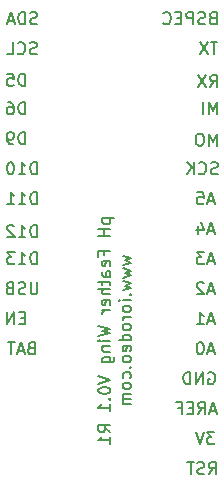
<source format=gbr>
G04 #@! TF.GenerationSoftware,KiCad,Pcbnew,5.0.2-bee76a0~70~ubuntu18.04.1*
G04 #@! TF.CreationDate,2019-02-21T16:56:04-08:00*
G04 #@! TF.ProjectId,ph_feather_wing,70685f66-6561-4746-9865-725f77696e67,rev?*
G04 #@! TF.SameCoordinates,Original*
G04 #@! TF.FileFunction,Legend,Bot*
G04 #@! TF.FilePolarity,Positive*
%FSLAX46Y46*%
G04 Gerber Fmt 4.6, Leading zero omitted, Abs format (unit mm)*
G04 Created by KiCad (PCBNEW 5.0.2-bee76a0~70~ubuntu18.04.1) date Thu 21 Feb 2019 04:56:04 PM PST*
%MOMM*%
%LPD*%
G01*
G04 APERTURE LIST*
%ADD10C,0.203200*%
G04 APERTURE END LIST*
D10*
X75372685Y-74059142D02*
X76388685Y-74059142D01*
X75421066Y-74059142D02*
X75372685Y-74155904D01*
X75372685Y-74349428D01*
X75421066Y-74446190D01*
X75469447Y-74494571D01*
X75566209Y-74542952D01*
X75856495Y-74542952D01*
X75953257Y-74494571D01*
X76001638Y-74446190D01*
X76050019Y-74349428D01*
X76050019Y-74155904D01*
X76001638Y-74059142D01*
X76050019Y-74978380D02*
X75034019Y-74978380D01*
X75517828Y-74978380D02*
X75517828Y-75558952D01*
X76050019Y-75558952D02*
X75034019Y-75558952D01*
X75517828Y-77155523D02*
X75517828Y-76816857D01*
X76050019Y-76816857D02*
X75034019Y-76816857D01*
X75034019Y-77300666D01*
X76001638Y-78074761D02*
X76050019Y-77978000D01*
X76050019Y-77784476D01*
X76001638Y-77687714D01*
X75904876Y-77639333D01*
X75517828Y-77639333D01*
X75421066Y-77687714D01*
X75372685Y-77784476D01*
X75372685Y-77978000D01*
X75421066Y-78074761D01*
X75517828Y-78123142D01*
X75614590Y-78123142D01*
X75711352Y-77639333D01*
X76050019Y-78994000D02*
X75517828Y-78994000D01*
X75421066Y-78945619D01*
X75372685Y-78848857D01*
X75372685Y-78655333D01*
X75421066Y-78558571D01*
X76001638Y-78994000D02*
X76050019Y-78897238D01*
X76050019Y-78655333D01*
X76001638Y-78558571D01*
X75904876Y-78510190D01*
X75808114Y-78510190D01*
X75711352Y-78558571D01*
X75662971Y-78655333D01*
X75662971Y-78897238D01*
X75614590Y-78994000D01*
X75372685Y-79332666D02*
X75372685Y-79719714D01*
X75034019Y-79477809D02*
X75904876Y-79477809D01*
X76001638Y-79526190D01*
X76050019Y-79622952D01*
X76050019Y-79719714D01*
X76050019Y-80058380D02*
X75034019Y-80058380D01*
X76050019Y-80493809D02*
X75517828Y-80493809D01*
X75421066Y-80445428D01*
X75372685Y-80348666D01*
X75372685Y-80203523D01*
X75421066Y-80106761D01*
X75469447Y-80058380D01*
X76001638Y-81364666D02*
X76050019Y-81267904D01*
X76050019Y-81074380D01*
X76001638Y-80977619D01*
X75904876Y-80929238D01*
X75517828Y-80929238D01*
X75421066Y-80977619D01*
X75372685Y-81074380D01*
X75372685Y-81267904D01*
X75421066Y-81364666D01*
X75517828Y-81413047D01*
X75614590Y-81413047D01*
X75711352Y-80929238D01*
X76050019Y-81848476D02*
X75372685Y-81848476D01*
X75566209Y-81848476D02*
X75469447Y-81896857D01*
X75421066Y-81945238D01*
X75372685Y-82042000D01*
X75372685Y-82138761D01*
X75034019Y-83154761D02*
X76050019Y-83396666D01*
X75324304Y-83590190D01*
X76050019Y-83783714D01*
X75034019Y-84025619D01*
X76050019Y-84412666D02*
X75372685Y-84412666D01*
X75034019Y-84412666D02*
X75082400Y-84364285D01*
X75130780Y-84412666D01*
X75082400Y-84461047D01*
X75034019Y-84412666D01*
X75130780Y-84412666D01*
X75372685Y-84896476D02*
X76050019Y-84896476D01*
X75469447Y-84896476D02*
X75421066Y-84944857D01*
X75372685Y-85041619D01*
X75372685Y-85186761D01*
X75421066Y-85283523D01*
X75517828Y-85331904D01*
X76050019Y-85331904D01*
X75372685Y-86251142D02*
X76195161Y-86251142D01*
X76291923Y-86202761D01*
X76340304Y-86154380D01*
X76388685Y-86057619D01*
X76388685Y-85912476D01*
X76340304Y-85815714D01*
X76001638Y-86251142D02*
X76050019Y-86154380D01*
X76050019Y-85960857D01*
X76001638Y-85864095D01*
X75953257Y-85815714D01*
X75856495Y-85767333D01*
X75566209Y-85767333D01*
X75469447Y-85815714D01*
X75421066Y-85864095D01*
X75372685Y-85960857D01*
X75372685Y-86154380D01*
X75421066Y-86251142D01*
X75034019Y-87363904D02*
X76050019Y-87702571D01*
X75034019Y-88041238D01*
X75034019Y-88573428D02*
X75034019Y-88670190D01*
X75082400Y-88766952D01*
X75130780Y-88815333D01*
X75227542Y-88863714D01*
X75421066Y-88912095D01*
X75662971Y-88912095D01*
X75856495Y-88863714D01*
X75953257Y-88815333D01*
X76001638Y-88766952D01*
X76050019Y-88670190D01*
X76050019Y-88573428D01*
X76001638Y-88476666D01*
X75953257Y-88428285D01*
X75856495Y-88379904D01*
X75662971Y-88331523D01*
X75421066Y-88331523D01*
X75227542Y-88379904D01*
X75130780Y-88428285D01*
X75082400Y-88476666D01*
X75034019Y-88573428D01*
X75953257Y-89347523D02*
X76001638Y-89395904D01*
X76050019Y-89347523D01*
X76001638Y-89299142D01*
X75953257Y-89347523D01*
X76050019Y-89347523D01*
X76050019Y-90363523D02*
X76050019Y-89782952D01*
X76050019Y-90073238D02*
X75034019Y-90073238D01*
X75179161Y-89976476D01*
X75275923Y-89879714D01*
X75324304Y-89782952D01*
X76050019Y-92153619D02*
X75566209Y-91814952D01*
X76050019Y-91573047D02*
X75034019Y-91573047D01*
X75034019Y-91960095D01*
X75082400Y-92056857D01*
X75130780Y-92105238D01*
X75227542Y-92153619D01*
X75372685Y-92153619D01*
X75469447Y-92105238D01*
X75517828Y-92056857D01*
X75566209Y-91960095D01*
X75566209Y-91573047D01*
X76050019Y-93121238D02*
X76050019Y-92540666D01*
X76050019Y-92830952D02*
X75034019Y-92830952D01*
X75179161Y-92734190D01*
X75275923Y-92637428D01*
X75324304Y-92540666D01*
X77099885Y-77228095D02*
X77777219Y-77421619D01*
X77293409Y-77615142D01*
X77777219Y-77808666D01*
X77099885Y-78002190D01*
X77099885Y-78292476D02*
X77777219Y-78486000D01*
X77293409Y-78679523D01*
X77777219Y-78873047D01*
X77099885Y-79066571D01*
X77099885Y-79356857D02*
X77777219Y-79550380D01*
X77293409Y-79743904D01*
X77777219Y-79937428D01*
X77099885Y-80130952D01*
X77680457Y-80518000D02*
X77728838Y-80566380D01*
X77777219Y-80518000D01*
X77728838Y-80469619D01*
X77680457Y-80518000D01*
X77777219Y-80518000D01*
X77777219Y-81001809D02*
X77099885Y-81001809D01*
X76761219Y-81001809D02*
X76809600Y-80953428D01*
X76857980Y-81001809D01*
X76809600Y-81050190D01*
X76761219Y-81001809D01*
X76857980Y-81001809D01*
X77777219Y-81630761D02*
X77728838Y-81534000D01*
X77680457Y-81485619D01*
X77583695Y-81437238D01*
X77293409Y-81437238D01*
X77196647Y-81485619D01*
X77148266Y-81534000D01*
X77099885Y-81630761D01*
X77099885Y-81775904D01*
X77148266Y-81872666D01*
X77196647Y-81921047D01*
X77293409Y-81969428D01*
X77583695Y-81969428D01*
X77680457Y-81921047D01*
X77728838Y-81872666D01*
X77777219Y-81775904D01*
X77777219Y-81630761D01*
X77777219Y-82404857D02*
X77099885Y-82404857D01*
X77293409Y-82404857D02*
X77196647Y-82453238D01*
X77148266Y-82501619D01*
X77099885Y-82598380D01*
X77099885Y-82695142D01*
X77777219Y-83178952D02*
X77728838Y-83082190D01*
X77680457Y-83033809D01*
X77583695Y-82985428D01*
X77293409Y-82985428D01*
X77196647Y-83033809D01*
X77148266Y-83082190D01*
X77099885Y-83178952D01*
X77099885Y-83324095D01*
X77148266Y-83420857D01*
X77196647Y-83469238D01*
X77293409Y-83517619D01*
X77583695Y-83517619D01*
X77680457Y-83469238D01*
X77728838Y-83420857D01*
X77777219Y-83324095D01*
X77777219Y-83178952D01*
X77777219Y-84388476D02*
X76761219Y-84388476D01*
X77728838Y-84388476D02*
X77777219Y-84291714D01*
X77777219Y-84098190D01*
X77728838Y-84001428D01*
X77680457Y-83953047D01*
X77583695Y-83904666D01*
X77293409Y-83904666D01*
X77196647Y-83953047D01*
X77148266Y-84001428D01*
X77099885Y-84098190D01*
X77099885Y-84291714D01*
X77148266Y-84388476D01*
X77728838Y-85259333D02*
X77777219Y-85162571D01*
X77777219Y-84969047D01*
X77728838Y-84872285D01*
X77632076Y-84823904D01*
X77245028Y-84823904D01*
X77148266Y-84872285D01*
X77099885Y-84969047D01*
X77099885Y-85162571D01*
X77148266Y-85259333D01*
X77245028Y-85307714D01*
X77341790Y-85307714D01*
X77438552Y-84823904D01*
X77777219Y-85888285D02*
X77728838Y-85791523D01*
X77680457Y-85743142D01*
X77583695Y-85694761D01*
X77293409Y-85694761D01*
X77196647Y-85743142D01*
X77148266Y-85791523D01*
X77099885Y-85888285D01*
X77099885Y-86033428D01*
X77148266Y-86130190D01*
X77196647Y-86178571D01*
X77293409Y-86226952D01*
X77583695Y-86226952D01*
X77680457Y-86178571D01*
X77728838Y-86130190D01*
X77777219Y-86033428D01*
X77777219Y-85888285D01*
X77680457Y-86662380D02*
X77728838Y-86710761D01*
X77777219Y-86662380D01*
X77728838Y-86614000D01*
X77680457Y-86662380D01*
X77777219Y-86662380D01*
X77728838Y-87581619D02*
X77777219Y-87484857D01*
X77777219Y-87291333D01*
X77728838Y-87194571D01*
X77680457Y-87146190D01*
X77583695Y-87097809D01*
X77293409Y-87097809D01*
X77196647Y-87146190D01*
X77148266Y-87194571D01*
X77099885Y-87291333D01*
X77099885Y-87484857D01*
X77148266Y-87581619D01*
X77777219Y-88162190D02*
X77728838Y-88065428D01*
X77680457Y-88017047D01*
X77583695Y-87968666D01*
X77293409Y-87968666D01*
X77196647Y-88017047D01*
X77148266Y-88065428D01*
X77099885Y-88162190D01*
X77099885Y-88307333D01*
X77148266Y-88404095D01*
X77196647Y-88452476D01*
X77293409Y-88500857D01*
X77583695Y-88500857D01*
X77680457Y-88452476D01*
X77728838Y-88404095D01*
X77777219Y-88307333D01*
X77777219Y-88162190D01*
X77777219Y-88936285D02*
X77099885Y-88936285D01*
X77196647Y-88936285D02*
X77148266Y-88984666D01*
X77099885Y-89081428D01*
X77099885Y-89226571D01*
X77148266Y-89323333D01*
X77245028Y-89371714D01*
X77777219Y-89371714D01*
X77245028Y-89371714D02*
X77148266Y-89420095D01*
X77099885Y-89516857D01*
X77099885Y-89662000D01*
X77148266Y-89758761D01*
X77245028Y-89807142D01*
X77777219Y-89807142D01*
G04 #@! TO.C,W1*
X69813714Y-57561238D02*
X69668571Y-57609619D01*
X69426666Y-57609619D01*
X69329904Y-57561238D01*
X69281523Y-57512857D01*
X69233142Y-57416095D01*
X69233142Y-57319333D01*
X69281523Y-57222571D01*
X69329904Y-57174190D01*
X69426666Y-57125809D01*
X69620190Y-57077428D01*
X69716952Y-57029047D01*
X69765333Y-56980666D01*
X69813714Y-56883904D01*
X69813714Y-56787142D01*
X69765333Y-56690380D01*
X69716952Y-56642000D01*
X69620190Y-56593619D01*
X69378285Y-56593619D01*
X69233142Y-56642000D01*
X68797714Y-57609619D02*
X68797714Y-56593619D01*
X68555809Y-56593619D01*
X68410666Y-56642000D01*
X68313904Y-56738761D01*
X68265523Y-56835523D01*
X68217142Y-57029047D01*
X68217142Y-57174190D01*
X68265523Y-57367714D01*
X68313904Y-57464476D01*
X68410666Y-57561238D01*
X68555809Y-57609619D01*
X68797714Y-57609619D01*
X67830095Y-57319333D02*
X67346285Y-57319333D01*
X67926857Y-57609619D02*
X67588190Y-56593619D01*
X67249523Y-57609619D01*
X69789523Y-60101238D02*
X69644380Y-60149619D01*
X69402476Y-60149619D01*
X69305714Y-60101238D01*
X69257333Y-60052857D01*
X69208952Y-59956095D01*
X69208952Y-59859333D01*
X69257333Y-59762571D01*
X69305714Y-59714190D01*
X69402476Y-59665809D01*
X69596000Y-59617428D01*
X69692761Y-59569047D01*
X69741142Y-59520666D01*
X69789523Y-59423904D01*
X69789523Y-59327142D01*
X69741142Y-59230380D01*
X69692761Y-59182000D01*
X69596000Y-59133619D01*
X69354095Y-59133619D01*
X69208952Y-59182000D01*
X68192952Y-60052857D02*
X68241333Y-60101238D01*
X68386476Y-60149619D01*
X68483238Y-60149619D01*
X68628380Y-60101238D01*
X68725142Y-60004476D01*
X68773523Y-59907714D01*
X68821904Y-59714190D01*
X68821904Y-59569047D01*
X68773523Y-59375523D01*
X68725142Y-59278761D01*
X68628380Y-59182000D01*
X68483238Y-59133619D01*
X68386476Y-59133619D01*
X68241333Y-59182000D01*
X68192952Y-59230380D01*
X67273714Y-60149619D02*
X67757523Y-60149619D01*
X67757523Y-59133619D01*
X68821904Y-62816619D02*
X68821904Y-61800619D01*
X68580000Y-61800619D01*
X68434857Y-61849000D01*
X68338095Y-61945761D01*
X68289714Y-62042523D01*
X68241333Y-62236047D01*
X68241333Y-62381190D01*
X68289714Y-62574714D01*
X68338095Y-62671476D01*
X68434857Y-62768238D01*
X68580000Y-62816619D01*
X68821904Y-62816619D01*
X67322095Y-61800619D02*
X67805904Y-61800619D01*
X67854285Y-62284428D01*
X67805904Y-62236047D01*
X67709142Y-62187666D01*
X67467238Y-62187666D01*
X67370476Y-62236047D01*
X67322095Y-62284428D01*
X67273714Y-62381190D01*
X67273714Y-62623095D01*
X67322095Y-62719857D01*
X67370476Y-62768238D01*
X67467238Y-62816619D01*
X67709142Y-62816619D01*
X67805904Y-62768238D01*
X67854285Y-62719857D01*
X68821904Y-65229619D02*
X68821904Y-64213619D01*
X68580000Y-64213619D01*
X68434857Y-64262000D01*
X68338095Y-64358761D01*
X68289714Y-64455523D01*
X68241333Y-64649047D01*
X68241333Y-64794190D01*
X68289714Y-64987714D01*
X68338095Y-65084476D01*
X68434857Y-65181238D01*
X68580000Y-65229619D01*
X68821904Y-65229619D01*
X67370476Y-64213619D02*
X67564000Y-64213619D01*
X67660761Y-64262000D01*
X67709142Y-64310380D01*
X67805904Y-64455523D01*
X67854285Y-64649047D01*
X67854285Y-65036095D01*
X67805904Y-65132857D01*
X67757523Y-65181238D01*
X67660761Y-65229619D01*
X67467238Y-65229619D01*
X67370476Y-65181238D01*
X67322095Y-65132857D01*
X67273714Y-65036095D01*
X67273714Y-64794190D01*
X67322095Y-64697428D01*
X67370476Y-64649047D01*
X67467238Y-64600666D01*
X67660761Y-64600666D01*
X67757523Y-64649047D01*
X67805904Y-64697428D01*
X67854285Y-64794190D01*
X68821904Y-67769619D02*
X68821904Y-66753619D01*
X68580000Y-66753619D01*
X68434857Y-66802000D01*
X68338095Y-66898761D01*
X68289714Y-66995523D01*
X68241333Y-67189047D01*
X68241333Y-67334190D01*
X68289714Y-67527714D01*
X68338095Y-67624476D01*
X68434857Y-67721238D01*
X68580000Y-67769619D01*
X68821904Y-67769619D01*
X67757523Y-67769619D02*
X67564000Y-67769619D01*
X67467238Y-67721238D01*
X67418857Y-67672857D01*
X67322095Y-67527714D01*
X67273714Y-67334190D01*
X67273714Y-66947142D01*
X67322095Y-66850380D01*
X67370476Y-66802000D01*
X67467238Y-66753619D01*
X67660761Y-66753619D01*
X67757523Y-66802000D01*
X67805904Y-66850380D01*
X67854285Y-66947142D01*
X67854285Y-67189047D01*
X67805904Y-67285809D01*
X67757523Y-67334190D01*
X67660761Y-67382571D01*
X67467238Y-67382571D01*
X67370476Y-67334190D01*
X67322095Y-67285809D01*
X67273714Y-67189047D01*
X69813714Y-70309619D02*
X69813714Y-69293619D01*
X69571809Y-69293619D01*
X69426666Y-69342000D01*
X69329904Y-69438761D01*
X69281523Y-69535523D01*
X69233142Y-69729047D01*
X69233142Y-69874190D01*
X69281523Y-70067714D01*
X69329904Y-70164476D01*
X69426666Y-70261238D01*
X69571809Y-70309619D01*
X69813714Y-70309619D01*
X68265523Y-70309619D02*
X68846095Y-70309619D01*
X68555809Y-70309619D02*
X68555809Y-69293619D01*
X68652571Y-69438761D01*
X68749333Y-69535523D01*
X68846095Y-69583904D01*
X67636571Y-69293619D02*
X67539809Y-69293619D01*
X67443047Y-69342000D01*
X67394666Y-69390380D01*
X67346285Y-69487142D01*
X67297904Y-69680666D01*
X67297904Y-69922571D01*
X67346285Y-70116095D01*
X67394666Y-70212857D01*
X67443047Y-70261238D01*
X67539809Y-70309619D01*
X67636571Y-70309619D01*
X67733333Y-70261238D01*
X67781714Y-70212857D01*
X67830095Y-70116095D01*
X67878476Y-69922571D01*
X67878476Y-69680666D01*
X67830095Y-69487142D01*
X67781714Y-69390380D01*
X67733333Y-69342000D01*
X67636571Y-69293619D01*
X69813714Y-72849619D02*
X69813714Y-71833619D01*
X69571809Y-71833619D01*
X69426666Y-71882000D01*
X69329904Y-71978761D01*
X69281523Y-72075523D01*
X69233142Y-72269047D01*
X69233142Y-72414190D01*
X69281523Y-72607714D01*
X69329904Y-72704476D01*
X69426666Y-72801238D01*
X69571809Y-72849619D01*
X69813714Y-72849619D01*
X68265523Y-72849619D02*
X68846095Y-72849619D01*
X68555809Y-72849619D02*
X68555809Y-71833619D01*
X68652571Y-71978761D01*
X68749333Y-72075523D01*
X68846095Y-72123904D01*
X67297904Y-72849619D02*
X67878476Y-72849619D01*
X67588190Y-72849619D02*
X67588190Y-71833619D01*
X67684952Y-71978761D01*
X67781714Y-72075523D01*
X67878476Y-72123904D01*
X69813714Y-75643619D02*
X69813714Y-74627619D01*
X69571809Y-74627619D01*
X69426666Y-74676000D01*
X69329904Y-74772761D01*
X69281523Y-74869523D01*
X69233142Y-75063047D01*
X69233142Y-75208190D01*
X69281523Y-75401714D01*
X69329904Y-75498476D01*
X69426666Y-75595238D01*
X69571809Y-75643619D01*
X69813714Y-75643619D01*
X68265523Y-75643619D02*
X68846095Y-75643619D01*
X68555809Y-75643619D02*
X68555809Y-74627619D01*
X68652571Y-74772761D01*
X68749333Y-74869523D01*
X68846095Y-74917904D01*
X67878476Y-74724380D02*
X67830095Y-74676000D01*
X67733333Y-74627619D01*
X67491428Y-74627619D01*
X67394666Y-74676000D01*
X67346285Y-74724380D01*
X67297904Y-74821142D01*
X67297904Y-74917904D01*
X67346285Y-75063047D01*
X67926857Y-75643619D01*
X67297904Y-75643619D01*
X69813714Y-77929619D02*
X69813714Y-76913619D01*
X69571809Y-76913619D01*
X69426666Y-76962000D01*
X69329904Y-77058761D01*
X69281523Y-77155523D01*
X69233142Y-77349047D01*
X69233142Y-77494190D01*
X69281523Y-77687714D01*
X69329904Y-77784476D01*
X69426666Y-77881238D01*
X69571809Y-77929619D01*
X69813714Y-77929619D01*
X68265523Y-77929619D02*
X68846095Y-77929619D01*
X68555809Y-77929619D02*
X68555809Y-76913619D01*
X68652571Y-77058761D01*
X68749333Y-77155523D01*
X68846095Y-77203904D01*
X67926857Y-76913619D02*
X67297904Y-76913619D01*
X67636571Y-77300666D01*
X67491428Y-77300666D01*
X67394666Y-77349047D01*
X67346285Y-77397428D01*
X67297904Y-77494190D01*
X67297904Y-77736095D01*
X67346285Y-77832857D01*
X67394666Y-77881238D01*
X67491428Y-77929619D01*
X67781714Y-77929619D01*
X67878476Y-77881238D01*
X67926857Y-77832857D01*
X69862095Y-79453619D02*
X69862095Y-80276095D01*
X69813714Y-80372857D01*
X69765333Y-80421238D01*
X69668571Y-80469619D01*
X69475047Y-80469619D01*
X69378285Y-80421238D01*
X69329904Y-80372857D01*
X69281523Y-80276095D01*
X69281523Y-79453619D01*
X68846095Y-80421238D02*
X68700952Y-80469619D01*
X68459047Y-80469619D01*
X68362285Y-80421238D01*
X68313904Y-80372857D01*
X68265523Y-80276095D01*
X68265523Y-80179333D01*
X68313904Y-80082571D01*
X68362285Y-80034190D01*
X68459047Y-79985809D01*
X68652571Y-79937428D01*
X68749333Y-79889047D01*
X68797714Y-79840666D01*
X68846095Y-79743904D01*
X68846095Y-79647142D01*
X68797714Y-79550380D01*
X68749333Y-79502000D01*
X68652571Y-79453619D01*
X68410666Y-79453619D01*
X68265523Y-79502000D01*
X67491428Y-79937428D02*
X67346285Y-79985809D01*
X67297904Y-80034190D01*
X67249523Y-80130952D01*
X67249523Y-80276095D01*
X67297904Y-80372857D01*
X67346285Y-80421238D01*
X67443047Y-80469619D01*
X67830095Y-80469619D01*
X67830095Y-79453619D01*
X67491428Y-79453619D01*
X67394666Y-79502000D01*
X67346285Y-79550380D01*
X67297904Y-79647142D01*
X67297904Y-79743904D01*
X67346285Y-79840666D01*
X67394666Y-79889047D01*
X67491428Y-79937428D01*
X67830095Y-79937428D01*
X68821904Y-82477428D02*
X68483238Y-82477428D01*
X68338095Y-83009619D02*
X68821904Y-83009619D01*
X68821904Y-81993619D01*
X68338095Y-81993619D01*
X67902666Y-83009619D02*
X67902666Y-81993619D01*
X67322095Y-83009619D01*
X67322095Y-81993619D01*
X69329904Y-85017428D02*
X69184761Y-85065809D01*
X69136380Y-85114190D01*
X69088000Y-85210952D01*
X69088000Y-85356095D01*
X69136380Y-85452857D01*
X69184761Y-85501238D01*
X69281523Y-85549619D01*
X69668571Y-85549619D01*
X69668571Y-84533619D01*
X69329904Y-84533619D01*
X69233142Y-84582000D01*
X69184761Y-84630380D01*
X69136380Y-84727142D01*
X69136380Y-84823904D01*
X69184761Y-84920666D01*
X69233142Y-84969047D01*
X69329904Y-85017428D01*
X69668571Y-85017428D01*
X68700952Y-85259333D02*
X68217142Y-85259333D01*
X68797714Y-85549619D02*
X68459047Y-84533619D01*
X68120380Y-85549619D01*
X67926857Y-84533619D02*
X67346285Y-84533619D01*
X67636571Y-85549619D02*
X67636571Y-84533619D01*
X84690857Y-57077428D02*
X84545714Y-57125809D01*
X84497333Y-57174190D01*
X84448952Y-57270952D01*
X84448952Y-57416095D01*
X84497333Y-57512857D01*
X84545714Y-57561238D01*
X84642476Y-57609619D01*
X85029523Y-57609619D01*
X85029523Y-56593619D01*
X84690857Y-56593619D01*
X84594095Y-56642000D01*
X84545714Y-56690380D01*
X84497333Y-56787142D01*
X84497333Y-56883904D01*
X84545714Y-56980666D01*
X84594095Y-57029047D01*
X84690857Y-57077428D01*
X85029523Y-57077428D01*
X84061904Y-57561238D02*
X83916761Y-57609619D01*
X83674857Y-57609619D01*
X83578095Y-57561238D01*
X83529714Y-57512857D01*
X83481333Y-57416095D01*
X83481333Y-57319333D01*
X83529714Y-57222571D01*
X83578095Y-57174190D01*
X83674857Y-57125809D01*
X83868380Y-57077428D01*
X83965142Y-57029047D01*
X84013523Y-56980666D01*
X84061904Y-56883904D01*
X84061904Y-56787142D01*
X84013523Y-56690380D01*
X83965142Y-56642000D01*
X83868380Y-56593619D01*
X83626476Y-56593619D01*
X83481333Y-56642000D01*
X83045904Y-57609619D02*
X83045904Y-56593619D01*
X82658857Y-56593619D01*
X82562095Y-56642000D01*
X82513714Y-56690380D01*
X82465333Y-56787142D01*
X82465333Y-56932285D01*
X82513714Y-57029047D01*
X82562095Y-57077428D01*
X82658857Y-57125809D01*
X83045904Y-57125809D01*
X82029904Y-57077428D02*
X81691238Y-57077428D01*
X81546095Y-57609619D02*
X82029904Y-57609619D01*
X82029904Y-56593619D01*
X81546095Y-56593619D01*
X80530095Y-57512857D02*
X80578476Y-57561238D01*
X80723619Y-57609619D01*
X80820380Y-57609619D01*
X80965523Y-57561238D01*
X81062285Y-57464476D01*
X81110666Y-57367714D01*
X81159047Y-57174190D01*
X81159047Y-57029047D01*
X81110666Y-56835523D01*
X81062285Y-56738761D01*
X80965523Y-56642000D01*
X80820380Y-56593619D01*
X80723619Y-56593619D01*
X80578476Y-56642000D01*
X80530095Y-56690380D01*
X85102095Y-59133619D02*
X84521523Y-59133619D01*
X84811809Y-60149619D02*
X84811809Y-59133619D01*
X84279619Y-59133619D02*
X83602285Y-60149619D01*
X83602285Y-59133619D02*
X84279619Y-60149619D01*
X84497333Y-62943619D02*
X84836000Y-62459809D01*
X85077904Y-62943619D02*
X85077904Y-61927619D01*
X84690857Y-61927619D01*
X84594095Y-61976000D01*
X84545714Y-62024380D01*
X84497333Y-62121142D01*
X84497333Y-62266285D01*
X84545714Y-62363047D01*
X84594095Y-62411428D01*
X84690857Y-62459809D01*
X85077904Y-62459809D01*
X84158666Y-61927619D02*
X83481333Y-62943619D01*
X83481333Y-61927619D02*
X84158666Y-62943619D01*
X85035571Y-65229619D02*
X85035571Y-64213619D01*
X84696904Y-64939333D01*
X84358238Y-64213619D01*
X84358238Y-65229619D01*
X83874428Y-65229619D02*
X83874428Y-64213619D01*
X85071857Y-67896619D02*
X85071857Y-66880619D01*
X84733190Y-67606333D01*
X84394523Y-66880619D01*
X84394523Y-67896619D01*
X83717190Y-66880619D02*
X83523666Y-66880619D01*
X83426904Y-66929000D01*
X83330142Y-67025761D01*
X83281761Y-67219285D01*
X83281761Y-67557952D01*
X83330142Y-67751476D01*
X83426904Y-67848238D01*
X83523666Y-67896619D01*
X83717190Y-67896619D01*
X83813952Y-67848238D01*
X83910714Y-67751476D01*
X83959095Y-67557952D01*
X83959095Y-67219285D01*
X83910714Y-67025761D01*
X83813952Y-66929000D01*
X83717190Y-66880619D01*
X85126285Y-70261238D02*
X84981142Y-70309619D01*
X84739238Y-70309619D01*
X84642476Y-70261238D01*
X84594095Y-70212857D01*
X84545714Y-70116095D01*
X84545714Y-70019333D01*
X84594095Y-69922571D01*
X84642476Y-69874190D01*
X84739238Y-69825809D01*
X84932761Y-69777428D01*
X85029523Y-69729047D01*
X85077904Y-69680666D01*
X85126285Y-69583904D01*
X85126285Y-69487142D01*
X85077904Y-69390380D01*
X85029523Y-69342000D01*
X84932761Y-69293619D01*
X84690857Y-69293619D01*
X84545714Y-69342000D01*
X83529714Y-70212857D02*
X83578095Y-70261238D01*
X83723238Y-70309619D01*
X83820000Y-70309619D01*
X83965142Y-70261238D01*
X84061904Y-70164476D01*
X84110285Y-70067714D01*
X84158666Y-69874190D01*
X84158666Y-69729047D01*
X84110285Y-69535523D01*
X84061904Y-69438761D01*
X83965142Y-69342000D01*
X83820000Y-69293619D01*
X83723238Y-69293619D01*
X83578095Y-69342000D01*
X83529714Y-69390380D01*
X83094285Y-70309619D02*
X83094285Y-69293619D01*
X82513714Y-70309619D02*
X82949142Y-69729047D01*
X82513714Y-69293619D02*
X83094285Y-69874190D01*
X84799714Y-72559333D02*
X84315904Y-72559333D01*
X84896476Y-72849619D02*
X84557809Y-71833619D01*
X84219142Y-72849619D01*
X83396666Y-71833619D02*
X83880476Y-71833619D01*
X83928857Y-72317428D01*
X83880476Y-72269047D01*
X83783714Y-72220666D01*
X83541809Y-72220666D01*
X83445047Y-72269047D01*
X83396666Y-72317428D01*
X83348285Y-72414190D01*
X83348285Y-72656095D01*
X83396666Y-72752857D01*
X83445047Y-72801238D01*
X83541809Y-72849619D01*
X83783714Y-72849619D01*
X83880476Y-72801238D01*
X83928857Y-72752857D01*
X84799714Y-75099333D02*
X84315904Y-75099333D01*
X84896476Y-75389619D02*
X84557809Y-74373619D01*
X84219142Y-75389619D01*
X83445047Y-74712285D02*
X83445047Y-75389619D01*
X83686952Y-74325238D02*
X83928857Y-75050952D01*
X83299904Y-75050952D01*
X84799714Y-77639333D02*
X84315904Y-77639333D01*
X84896476Y-77929619D02*
X84557809Y-76913619D01*
X84219142Y-77929619D01*
X83977238Y-76913619D02*
X83348285Y-76913619D01*
X83686952Y-77300666D01*
X83541809Y-77300666D01*
X83445047Y-77349047D01*
X83396666Y-77397428D01*
X83348285Y-77494190D01*
X83348285Y-77736095D01*
X83396666Y-77832857D01*
X83445047Y-77881238D01*
X83541809Y-77929619D01*
X83832095Y-77929619D01*
X83928857Y-77881238D01*
X83977238Y-77832857D01*
X84799714Y-80179333D02*
X84315904Y-80179333D01*
X84896476Y-80469619D02*
X84557809Y-79453619D01*
X84219142Y-80469619D01*
X83928857Y-79550380D02*
X83880476Y-79502000D01*
X83783714Y-79453619D01*
X83541809Y-79453619D01*
X83445047Y-79502000D01*
X83396666Y-79550380D01*
X83348285Y-79647142D01*
X83348285Y-79743904D01*
X83396666Y-79889047D01*
X83977238Y-80469619D01*
X83348285Y-80469619D01*
X84799714Y-82719333D02*
X84315904Y-82719333D01*
X84896476Y-83009619D02*
X84557809Y-81993619D01*
X84219142Y-83009619D01*
X83348285Y-83009619D02*
X83928857Y-83009619D01*
X83638571Y-83009619D02*
X83638571Y-81993619D01*
X83735333Y-82138761D01*
X83832095Y-82235523D01*
X83928857Y-82283904D01*
X84799714Y-85259333D02*
X84315904Y-85259333D01*
X84896476Y-85549619D02*
X84557809Y-84533619D01*
X84219142Y-85549619D01*
X83686952Y-84533619D02*
X83590190Y-84533619D01*
X83493428Y-84582000D01*
X83445047Y-84630380D01*
X83396666Y-84727142D01*
X83348285Y-84920666D01*
X83348285Y-85162571D01*
X83396666Y-85356095D01*
X83445047Y-85452857D01*
X83493428Y-85501238D01*
X83590190Y-85549619D01*
X83686952Y-85549619D01*
X83783714Y-85501238D01*
X83832095Y-85452857D01*
X83880476Y-85356095D01*
X83928857Y-85162571D01*
X83928857Y-84920666D01*
X83880476Y-84727142D01*
X83832095Y-84630380D01*
X83783714Y-84582000D01*
X83686952Y-84533619D01*
X84340095Y-87122000D02*
X84436857Y-87073619D01*
X84582000Y-87073619D01*
X84727142Y-87122000D01*
X84823904Y-87218761D01*
X84872285Y-87315523D01*
X84920666Y-87509047D01*
X84920666Y-87654190D01*
X84872285Y-87847714D01*
X84823904Y-87944476D01*
X84727142Y-88041238D01*
X84582000Y-88089619D01*
X84485238Y-88089619D01*
X84340095Y-88041238D01*
X84291714Y-87992857D01*
X84291714Y-87654190D01*
X84485238Y-87654190D01*
X83856285Y-88089619D02*
X83856285Y-87073619D01*
X83275714Y-88089619D01*
X83275714Y-87073619D01*
X82791904Y-88089619D02*
X82791904Y-87073619D01*
X82550000Y-87073619D01*
X82404857Y-87122000D01*
X82308095Y-87218761D01*
X82259714Y-87315523D01*
X82211333Y-87509047D01*
X82211333Y-87654190D01*
X82259714Y-87847714D01*
X82308095Y-87944476D01*
X82404857Y-88041238D01*
X82550000Y-88089619D01*
X82791904Y-88089619D01*
X84956952Y-90339333D02*
X84473142Y-90339333D01*
X85053714Y-90629619D02*
X84715047Y-89613619D01*
X84376380Y-90629619D01*
X83457142Y-90629619D02*
X83795809Y-90145809D01*
X84037714Y-90629619D02*
X84037714Y-89613619D01*
X83650666Y-89613619D01*
X83553904Y-89662000D01*
X83505523Y-89710380D01*
X83457142Y-89807142D01*
X83457142Y-89952285D01*
X83505523Y-90049047D01*
X83553904Y-90097428D01*
X83650666Y-90145809D01*
X84037714Y-90145809D01*
X83021714Y-90097428D02*
X82683047Y-90097428D01*
X82537904Y-90629619D02*
X83021714Y-90629619D01*
X83021714Y-89613619D01*
X82537904Y-89613619D01*
X81763809Y-90097428D02*
X82102476Y-90097428D01*
X82102476Y-90629619D02*
X82102476Y-89613619D01*
X81618666Y-89613619D01*
X84848095Y-92153619D02*
X84219142Y-92153619D01*
X84557809Y-92540666D01*
X84412666Y-92540666D01*
X84315904Y-92589047D01*
X84267523Y-92637428D01*
X84219142Y-92734190D01*
X84219142Y-92976095D01*
X84267523Y-93072857D01*
X84315904Y-93121238D01*
X84412666Y-93169619D01*
X84702952Y-93169619D01*
X84799714Y-93121238D01*
X84848095Y-93072857D01*
X83928857Y-92153619D02*
X83590190Y-93169619D01*
X83251523Y-92153619D01*
X84376380Y-95709619D02*
X84715047Y-95225809D01*
X84956952Y-95709619D02*
X84956952Y-94693619D01*
X84569904Y-94693619D01*
X84473142Y-94742000D01*
X84424761Y-94790380D01*
X84376380Y-94887142D01*
X84376380Y-95032285D01*
X84424761Y-95129047D01*
X84473142Y-95177428D01*
X84569904Y-95225809D01*
X84956952Y-95225809D01*
X83989333Y-95661238D02*
X83844190Y-95709619D01*
X83602285Y-95709619D01*
X83505523Y-95661238D01*
X83457142Y-95612857D01*
X83408761Y-95516095D01*
X83408761Y-95419333D01*
X83457142Y-95322571D01*
X83505523Y-95274190D01*
X83602285Y-95225809D01*
X83795809Y-95177428D01*
X83892571Y-95129047D01*
X83940952Y-95080666D01*
X83989333Y-94983904D01*
X83989333Y-94887142D01*
X83940952Y-94790380D01*
X83892571Y-94742000D01*
X83795809Y-94693619D01*
X83553904Y-94693619D01*
X83408761Y-94742000D01*
X83118476Y-94693619D02*
X82537904Y-94693619D01*
X82828190Y-95709619D02*
X82828190Y-94693619D01*
G04 #@! TD*
M02*

</source>
